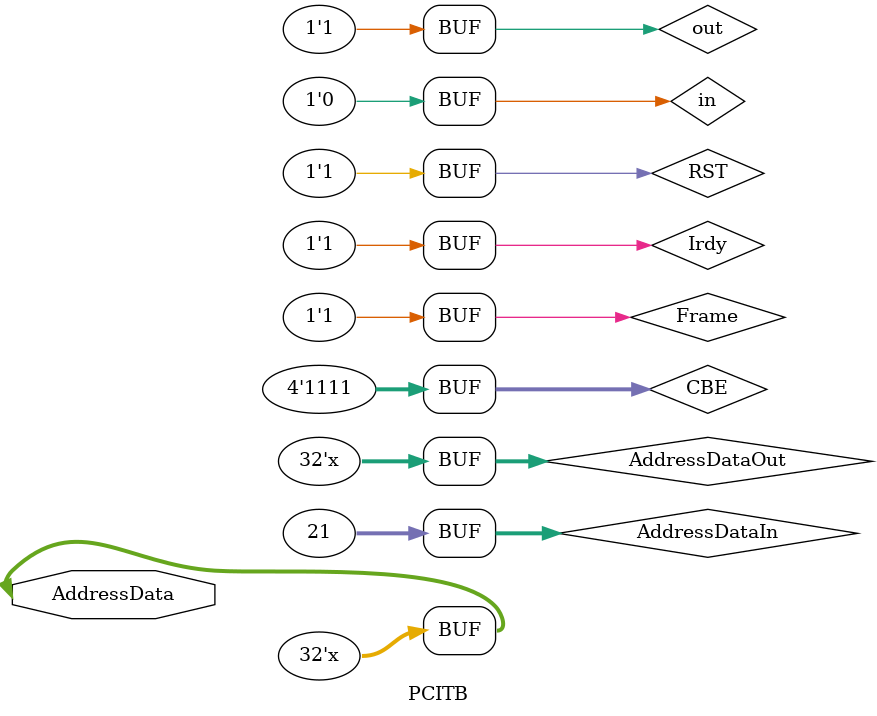
<source format=v>

module PCI(Frame,AddressData,CBE,Irdy,Devsel,Trdy,RST);
inout [31:0]AddressData;
input [3:0]CBE;
input Frame,Irdy;
input wire RST;
output Devsel,Trdy;
wire Clock;
ClockGen clk(Clock);
wire [1:0]decoderDevsel;
addressDecoder decoder(AddressData,decoderDevsel);
devSelect dvsl(Clock, Frame,decoderDevsel,RST,Devsel);
wire [1:0]rw;
RW readWrite(CBE,Frame,Clock,rw);
wire RE,WE;
ReadData readData(rw,Devsel,Irdy,RE,WE);
wire TrdyControl;
storage mem(AddressData,Frame,Clock,decoderDevsel,RE,WE,CBE,RST,TrdyControl);
TRDY Tready(Clock,Devsel,Trdy,TrdyControl);
endmodule


module PCITB(AddressData);
reg Frame,Irdy;
inout [31:0]AddressData;
reg RST;
reg [31:0]AddressDataIn;
wire [31:0]AddressDataOut;

reg in,out;

assign AddressData = (in)? AddressDataIn: 32'bzzzzzzzzzzzzzzzz;
assign AddressDataOut = (out)? AddressData: 32'bzzzzzzzzzzzzzzzz;

reg [3:0]CBE;
wire Devsel,Trdy;
wire [1:0]addressreg;
PCI pci(Frame,AddressData,CBE,Irdy,Devsel,Trdy,RST);
wire Clock;
ClockGen clk(Clock);
initial
begin
Frame=1;//0
Irdy=1;
in = 1;
out = 0;
RST=1;

#10//10
Frame=0;
Irdy=1;
AddressDataIn=21;
CBE=7;

#10//20
Frame=0;
Irdy=0;
AddressDataIn=32'h11111111;
CBE=4'b1111;

#10//20
Frame=0;
Irdy=0;
AddressDataIn=32'h11111111;
CBE=4'b1111;


#10//30
Frame=0;
Irdy=0;
AddressDataIn=32'h22222222;
CBE=4'b1111;

#10//40
Frame=1;
Irdy=0;
AddressDataIn=32'h33333333;
CBE=4'b1111;

 #10//50
Frame=1;
Irdy=1;
AddressDataIn=32'hzzzzzzzz;
#10//50
Frame=1;
Irdy=1;
AddressDataIn=32'hzzzzzzzz;

#10//70
Frame=0;
Irdy=1;
in = 1;
AddressDataIn=21;
CBE=6;

#10//80
Frame=0;
Irdy=0;
in=0;
out = 1;
CBE=4'b1111;

#10//90
Frame=0;
Irdy=0;
out = 1;
CBE=4'b1111;

#10//90
Frame=0;
Irdy=0;
out = 1;
CBE=4'b1111;

#10//100
Frame=0;
Irdy=0;
out = 1;
CBE=4'b1111;

#10//100
Frame=0;
Irdy=0;
out = 1;
CBE=4'b1111;

#10//100
Frame=0;
Irdy=0;
out = 1;
CBE=4'b1111;

#10//110
Frame=1;
Irdy=0;
CBE=4'b1111;

#10//120
Frame=1;
Irdy=1;
CBE=4'b1111;

end

endmodule 
</source>
